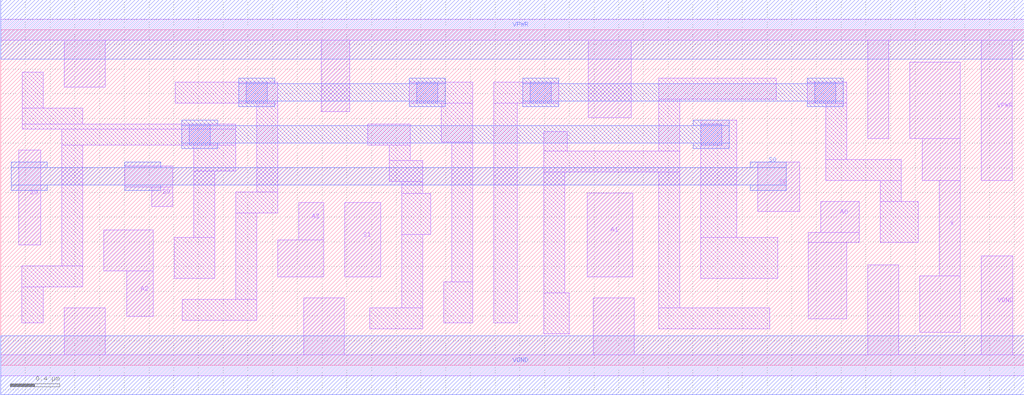
<source format=lef>
# Copyright 2020 The SkyWater PDK Authors
#
# Licensed under the Apache License, Version 2.0 (the "License");
# you may not use this file except in compliance with the License.
# You may obtain a copy of the License at
#
#     https://www.apache.org/licenses/LICENSE-2.0
#
# Unless required by applicable law or agreed to in writing, software
# distributed under the License is distributed on an "AS IS" BASIS,
# WITHOUT WARRANTIES OR CONDITIONS OF ANY KIND, either express or implied.
# See the License for the specific language governing permissions and
# limitations under the License.
#
# SPDX-License-Identifier: Apache-2.0

VERSION 5.5 ;
NAMESCASESENSITIVE ON ;
BUSBITCHARS "[]" ;
DIVIDERCHAR "/" ;
MACRO sky130_fd_sc_hd__mux4_2
  CLASS CORE ;
  SOURCE USER ;
  ORIGIN  0.000000  0.000000 ;
  SIZE  8.280000 BY  2.720000 ;
  SYMMETRY X Y R90 ;
  SITE unithd ;
  PIN A0
    ANTENNAGATEAREA  0.159000 ;
    DIRECTION INPUT ;
    USE SIGNAL ;
    PORT
      LAYER li1 ;
        RECT 6.535000 0.375000 6.845000 0.995000 ;
        RECT 6.535000 0.995000 6.945000 1.075000 ;
        RECT 6.635000 1.075000 6.945000 1.325000 ;
    END
  END A0
  PIN A1
    ANTENNAGATEAREA  0.159000 ;
    DIRECTION INPUT ;
    USE SIGNAL ;
    PORT
      LAYER li1 ;
        RECT 4.745000 0.715000 5.115000 1.395000 ;
    END
  END A1
  PIN A2
    ANTENNAGATEAREA  0.159000 ;
    DIRECTION INPUT ;
    USE SIGNAL ;
    PORT
      LAYER li1 ;
        RECT 0.835000 0.765000 1.235000 1.095000 ;
        RECT 1.020000 0.395000 1.235000 0.765000 ;
    END
  END A2
  PIN A3
    ANTENNAGATEAREA  0.159000 ;
    DIRECTION INPUT ;
    USE SIGNAL ;
    PORT
      LAYER li1 ;
        RECT 2.240000 0.715000 2.615000 1.015000 ;
        RECT 2.410000 1.015000 2.615000 1.320000 ;
    END
  END A3
  PIN S0
    ANTENNAGATEAREA  0.393000 ;
    DIRECTION INPUT ;
    USE SIGNAL ;
    PORT
      LAYER li1 ;
        RECT 0.145000 0.975000 0.325000 1.745000 ;
    END
    PORT
      LAYER li1 ;
        RECT 1.005000 1.445000 1.390000 1.615000 ;
        RECT 1.220000 1.285000 1.390000 1.445000 ;
    END
    PORT
      LAYER li1 ;
        RECT 6.125000 1.245000 6.465000 1.645000 ;
    END
    PORT
      LAYER met1 ;
        RECT 0.085000 1.415000 0.375000 1.460000 ;
        RECT 0.085000 1.460000 6.355000 1.600000 ;
        RECT 0.085000 1.600000 0.375000 1.645000 ;
        RECT 1.005000 1.415000 1.295000 1.460000 ;
        RECT 1.005000 1.600000 1.295000 1.645000 ;
        RECT 6.065000 1.415000 6.355000 1.460000 ;
        RECT 6.065000 1.600000 6.355000 1.645000 ;
    END
  END S0
  PIN S1
    ANTENNAGATEAREA  0.303000 ;
    DIRECTION INPUT ;
    USE SIGNAL ;
    PORT
      LAYER li1 ;
        RECT 2.785000 0.715000 3.075000 1.320000 ;
    END
  END S1
  PIN X
    ANTENNADIFFAREA  0.445500 ;
    DIRECTION OUTPUT ;
    USE SIGNAL ;
    PORT
      LAYER li1 ;
        RECT 7.355000 1.835000 7.765000 2.455000 ;
        RECT 7.435000 0.265000 7.765000 0.725000 ;
        RECT 7.455000 1.495000 7.765000 1.835000 ;
        RECT 7.595000 0.725000 7.765000 1.495000 ;
    END
  END X
  PIN VGND
    DIRECTION INOUT ;
    SHAPE ABUTMENT ;
    USE GROUND ;
    PORT
      LAYER li1 ;
        RECT 0.000000 -0.085000 8.280000 0.085000 ;
        RECT 0.515000  0.085000 0.845000 0.465000 ;
        RECT 2.450000  0.085000 2.780000 0.545000 ;
        RECT 4.795000  0.085000 5.125000 0.545000 ;
        RECT 7.015000  0.085000 7.265000 0.815000 ;
        RECT 7.935000  0.085000 8.190000 0.885000 ;
    END
    PORT
      LAYER met1 ;
        RECT 0.000000 -0.240000 8.280000 0.240000 ;
    END
  END VGND
  PIN VPWR
    DIRECTION INOUT ;
    SHAPE ABUTMENT ;
    USE POWER ;
    PORT
      LAYER li1 ;
        RECT 0.000000 2.635000 8.280000 2.805000 ;
        RECT 0.515000 2.255000 0.845000 2.635000 ;
        RECT 2.595000 2.055000 2.825000 2.635000 ;
        RECT 4.755000 2.005000 5.100000 2.635000 ;
        RECT 7.015000 1.835000 7.185000 2.635000 ;
        RECT 7.935000 1.495000 8.185000 2.635000 ;
    END
    PORT
      LAYER met1 ;
        RECT 0.000000 2.480000 8.280000 2.960000 ;
    END
  END VPWR
  OBS
    LAYER li1 ;
      RECT 0.170000 0.345000 0.345000 0.635000 ;
      RECT 0.170000 0.635000 0.665000 0.805000 ;
      RECT 0.175000 1.915000 1.900000 1.955000 ;
      RECT 0.175000 1.955000 0.665000 2.085000 ;
      RECT 0.175000 2.085000 0.345000 2.375000 ;
      RECT 0.495000 0.805000 0.665000 1.785000 ;
      RECT 0.495000 1.785000 1.900000 1.915000 ;
      RECT 1.405000 0.705000 1.730000 1.035000 ;
      RECT 1.410000 2.125000 2.240000 2.295000 ;
      RECT 1.470000 0.365000 2.070000 0.535000 ;
      RECT 1.560000 1.035000 1.730000 1.575000 ;
      RECT 1.560000 1.575000 1.900000 1.785000 ;
      RECT 1.900000 0.535000 2.070000 1.235000 ;
      RECT 1.900000 1.235000 2.240000 1.405000 ;
      RECT 2.070000 1.405000 2.240000 2.125000 ;
      RECT 2.970000 1.785000 3.315000 1.955000 ;
      RECT 2.985000 0.295000 3.415000 0.465000 ;
      RECT 3.145000 1.490000 3.415000 1.660000 ;
      RECT 3.145000 1.660000 3.315000 1.785000 ;
      RECT 3.245000 0.465000 3.415000 1.060000 ;
      RECT 3.245000 1.060000 3.480000 1.390000 ;
      RECT 3.245000 1.390000 3.415000 1.490000 ;
      RECT 3.305000 2.125000 3.820000 2.295000 ;
      RECT 3.565000 1.810000 3.820000 2.125000 ;
      RECT 3.585000 0.345000 3.820000 0.675000 ;
      RECT 3.650000 0.675000 3.820000 1.810000 ;
      RECT 3.990000 0.345000 4.180000 2.125000 ;
      RECT 3.990000 2.125000 4.515000 2.295000 ;
      RECT 4.395000 0.255000 4.600000 0.585000 ;
      RECT 4.395000 0.585000 4.565000 1.565000 ;
      RECT 4.395000 1.565000 5.495000 1.735000 ;
      RECT 4.395000 1.735000 4.585000 1.895000 ;
      RECT 5.325000 0.295000 6.220000 0.465000 ;
      RECT 5.325000 0.465000 5.495000 1.565000 ;
      RECT 5.325000 1.735000 5.495000 2.155000 ;
      RECT 5.325000 2.155000 6.275000 2.325000 ;
      RECT 5.665000 0.705000 6.285000 1.035000 ;
      RECT 5.665000 1.035000 5.955000 1.985000 ;
      RECT 6.525000 2.125000 6.845000 2.295000 ;
      RECT 6.675000 1.495000 7.285000 1.665000 ;
      RECT 6.675000 1.665000 6.845000 2.125000 ;
      RECT 7.115000 0.995000 7.425000 1.325000 ;
      RECT 7.115000 1.325000 7.285000 1.495000 ;
    LAYER mcon ;
      RECT 1.525000 1.785000 1.695000 1.955000 ;
      RECT 1.985000 2.125000 2.155000 2.295000 ;
      RECT 3.365000 2.125000 3.535000 2.295000 ;
      RECT 4.285000 2.125000 4.455000 2.295000 ;
      RECT 5.665000 1.785000 5.835000 1.955000 ;
      RECT 6.585000 2.125000 6.755000 2.295000 ;
    LAYER met1 ;
      RECT 1.465000 1.755000 1.755000 1.800000 ;
      RECT 1.465000 1.800000 5.895000 1.940000 ;
      RECT 1.465000 1.940000 1.755000 1.985000 ;
      RECT 1.925000 2.095000 2.215000 2.140000 ;
      RECT 1.925000 2.140000 3.595000 2.280000 ;
      RECT 1.925000 2.280000 2.215000 2.325000 ;
      RECT 3.305000 2.095000 3.595000 2.140000 ;
      RECT 3.305000 2.280000 3.595000 2.325000 ;
      RECT 4.225000 2.095000 4.515000 2.140000 ;
      RECT 4.225000 2.140000 6.815000 2.280000 ;
      RECT 4.225000 2.280000 4.515000 2.325000 ;
      RECT 5.605000 1.755000 5.895000 1.800000 ;
      RECT 5.605000 1.940000 5.895000 1.985000 ;
      RECT 6.525000 2.095000 6.815000 2.140000 ;
      RECT 6.525000 2.280000 6.815000 2.325000 ;
  END
END sky130_fd_sc_hd__mux4_2
END LIBRARY

</source>
